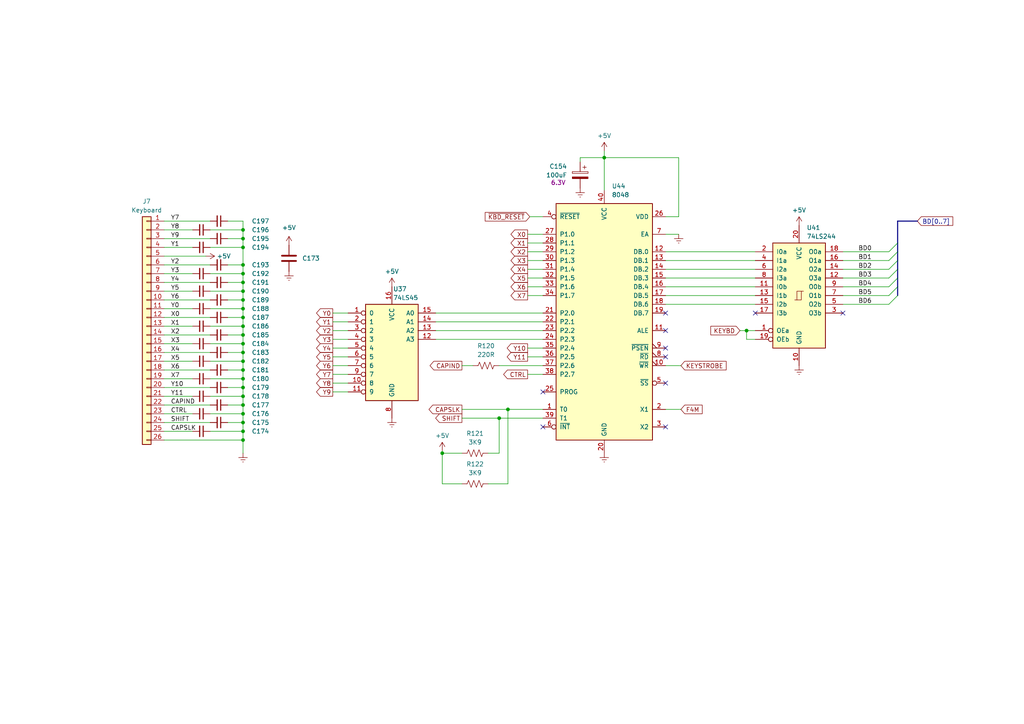
<source format=kicad_sch>
(kicad_sch (version 20230121) (generator eeschema)
  (paper "A4")
  (title_block (title "Dick Smith Cat - Motherboard") (date "1984") (company "Video Technology Ltd.") (comment 2 "Schematic Redrawn by Rhys Weatherley") (comment 3 "Keyboard Interface"))
  (lib_symbols
    (symbol "74xx:74LS244" (pin_names (offset 1.016))
      (property "Reference" "U" (at -7.62 16.51 0))
      (property "Value" "74LS244" (at -7.62 -16.51 0))
      (symbol "74LS244_1_0"
        (polyline (pts (xy -0.635 -1.27) (xy -0.635 1.27) (xy 0.635 1.27)))
        (polyline (pts (xy -1.27 -1.27) (xy 0.635 -1.27) (xy 0.635 1.27) (xy 1.27 1.27)))
        (pin input inverted (at -12.7 -10.16 0) (length 5.08) (name "OEa") (number "1"))
        (pin power_in line (at 0 -20.32 90) (length 5.08) (name "GND") (number "10"))
        (pin input line (at -12.7 2.54 0) (length 5.08) (name "I0b") (number "11"))
        (pin tri_state line (at 12.7 5.08 180) (length 5.08) (name "O3a") (number "12"))
        (pin input line (at -12.7 0 0) (length 5.08) (name "I1b") (number "13"))
        (pin tri_state line (at 12.7 7.62 180) (length 5.08) (name "O2a") (number "14"))
        (pin input line (at -12.7 -2.54 0) (length 5.08) (name "I2b") (number "15"))
        (pin tri_state line (at 12.7 10.16 180) (length 5.08) (name "O1a") (number "16"))
        (pin input line (at -12.7 -5.08 0) (length 5.08) (name "I3b") (number "17"))
        (pin tri_state line (at 12.7 12.7 180) (length 5.08) (name "O0a") (number "18"))
        (pin input inverted (at -12.7 -12.7 0) (length 5.08) (name "OEb") (number "19"))
        (pin input line (at -12.7 12.7 0) (length 5.08) (name "I0a") (number "2"))
        (pin power_in line (at 0 20.32 270) (length 5.08) (name "VCC") (number "20"))
        (pin tri_state line (at 12.7 -5.08 180) (length 5.08) (name "O3b") (number "3"))
        (pin input line (at -12.7 10.16 0) (length 5.08) (name "I1a") (number "4"))
        (pin tri_state line (at 12.7 -2.54 180) (length 5.08) (name "O2b") (number "5"))
        (pin input line (at -12.7 7.62 0) (length 5.08) (name "I2a") (number "6"))
        (pin tri_state line (at 12.7 0 180) (length 5.08) (name "O1b") (number "7"))
        (pin input line (at -12.7 5.08 0) (length 5.08) (name "I3a") (number "8"))
        (pin tri_state line (at 12.7 2.54 180) (length 5.08) (name "O0b") (number "9"))
      )
      (symbol "74LS244_1_1"
        (rectangle (start -7.62 15.24) (end 7.62 -15.24) (stroke (width 0.254)) (fill (type background)))
      )
    )
    (symbol "74xx:74LS42" (pin_names (offset 1.016))
      (property "Reference" "U" (at -7.62 13.97 0))
      (property "Value" "74LS42" (at -7.62 -16.51 0))
      (symbol "74LS42_1_0"
        (pin output inverted (at 12.7 10.16 180) (length 5.08) (name "0") (number "1"))
        (pin output inverted (at 12.7 -10.16 180) (length 5.08) (name "8") (number "10"))
        (pin output inverted (at 12.7 -12.7 180) (length 5.08) (name "9") (number "11"))
        (pin input line (at -12.7 2.54 0) (length 5.08) (name "A3") (number "12"))
        (pin input line (at -12.7 5.08 0) (length 5.08) (name "A2") (number "13"))
        (pin input line (at -12.7 7.62 0) (length 5.08) (name "A1") (number "14"))
        (pin input line (at -12.7 10.16 0) (length 5.08) (name "A0") (number "15"))
        (pin power_in line (at 0 17.78 270) (length 5.08) (name "VCC") (number "16"))
        (pin output inverted (at 12.7 7.62 180) (length 5.08) (name "1") (number "2"))
        (pin output inverted (at 12.7 5.08 180) (length 5.08) (name "2") (number "3"))
        (pin output inverted (at 12.7 2.54 180) (length 5.08) (name "3") (number "4"))
        (pin output inverted (at 12.7 0 180) (length 5.08) (name "4") (number "5"))
        (pin output inverted (at 12.7 -2.54 180) (length 5.08) (name "5") (number "6"))
        (pin output inverted (at 12.7 -5.08 180) (length 5.08) (name "6") (number "7"))
        (pin power_in line (at 0 -20.32 90) (length 5.08) (name "GND") (number "8"))
        (pin output inverted (at 12.7 -7.62 180) (length 5.08) (name "7") (number "9"))
      )
      (symbol "74LS42_1_1"
        (rectangle (start -7.62 12.7) (end 7.62 -15.24) (stroke (width 0.254)) (fill (type background)))
      )
    )
    (symbol "Connector_Generic:Conn_01x26" (pin_names (offset 1.016) hide)
      (property "Reference" "J" (at 0 33.02 0))
      (property "Value" "Conn_01x26" (at 0 -35.56 0))
      (symbol "Conn_01x26_1_1"
        (rectangle (start -1.27 -32.893) (end 0 -33.147) (stroke (width 0.1524)))
        (rectangle (start -1.27 -30.353) (end 0 -30.607) (stroke (width 0.1524)))
        (rectangle (start -1.27 -27.813) (end 0 -28.067) (stroke (width 0.1524)))
        (rectangle (start -1.27 -25.273) (end 0 -25.527) (stroke (width 0.1524)))
        (rectangle (start -1.27 -22.733) (end 0 -22.987) (stroke (width 0.1524)))
        (rectangle (start -1.27 -20.193) (end 0 -20.447) (stroke (width 0.1524)))
        (rectangle (start -1.27 -17.653) (end 0 -17.907) (stroke (width 0.1524)))
        (rectangle (start -1.27 -15.113) (end 0 -15.367) (stroke (width 0.1524)))
        (rectangle (start -1.27 -12.573) (end 0 -12.827) (stroke (width 0.1524)))
        (rectangle (start -1.27 -10.033) (end 0 -10.287) (stroke (width 0.1524)))
        (rectangle (start -1.27 -7.493) (end 0 -7.747) (stroke (width 0.1524)))
        (rectangle (start -1.27 -4.953) (end 0 -5.207) (stroke (width 0.1524)))
        (rectangle (start -1.27 -2.413) (end 0 -2.667) (stroke (width 0.1524)))
        (rectangle (start -1.27 0.127) (end 0 -0.127) (stroke (width 0.1524)))
        (rectangle (start -1.27 2.667) (end 0 2.413) (stroke (width 0.1524)))
        (rectangle (start -1.27 5.207) (end 0 4.953) (stroke (width 0.1524)))
        (rectangle (start -1.27 7.747) (end 0 7.493) (stroke (width 0.1524)))
        (rectangle (start -1.27 10.287) (end 0 10.033) (stroke (width 0.1524)))
        (rectangle (start -1.27 12.827) (end 0 12.573) (stroke (width 0.1524)))
        (rectangle (start -1.27 15.367) (end 0 15.113) (stroke (width 0.1524)))
        (rectangle (start -1.27 17.907) (end 0 17.653) (stroke (width 0.1524)))
        (rectangle (start -1.27 20.447) (end 0 20.193) (stroke (width 0.1524)))
        (rectangle (start -1.27 22.987) (end 0 22.733) (stroke (width 0.1524)))
        (rectangle (start -1.27 25.527) (end 0 25.273) (stroke (width 0.1524)))
        (rectangle (start -1.27 28.067) (end 0 27.813) (stroke (width 0.1524)))
        (rectangle (start -1.27 30.607) (end 0 30.353) (stroke (width 0.1524)))
        (rectangle (start -1.27 31.75) (end 1.27 -34.29) (stroke (width 0.254)) (fill (type background)))
        (pin passive line (at -5.08 30.48 0) (length 3.81) (name "Pin_1") (number "1"))
        (pin passive line (at -5.08 7.62 0) (length 3.81) (name "Pin_10") (number "10"))
        (pin passive line (at -5.08 5.08 0) (length 3.81) (name "Pin_11") (number "11"))
        (pin passive line (at -5.08 2.54 0) (length 3.81) (name "Pin_12") (number "12"))
        (pin passive line (at -5.08 0 0) (length 3.81) (name "Pin_13") (number "13"))
        (pin passive line (at -5.08 -2.54 0) (length 3.81) (name "Pin_14") (number "14"))
        (pin passive line (at -5.08 -5.08 0) (length 3.81) (name "Pin_15") (number "15"))
        (pin passive line (at -5.08 -7.62 0) (length 3.81) (name "Pin_16") (number "16"))
        (pin passive line (at -5.08 -10.16 0) (length 3.81) (name "Pin_17") (number "17"))
        (pin passive line (at -5.08 -12.7 0) (length 3.81) (name "Pin_18") (number "18"))
        (pin passive line (at -5.08 -15.24 0) (length 3.81) (name "Pin_19") (number "19"))
        (pin passive line (at -5.08 27.94 0) (length 3.81) (name "Pin_2") (number "2"))
        (pin passive line (at -5.08 -17.78 0) (length 3.81) (name "Pin_20") (number "20"))
        (pin passive line (at -5.08 -20.32 0) (length 3.81) (name "Pin_21") (number "21"))
        (pin passive line (at -5.08 -22.86 0) (length 3.81) (name "Pin_22") (number "22"))
        (pin passive line (at -5.08 -25.4 0) (length 3.81) (name "Pin_23") (number "23"))
        (pin passive line (at -5.08 -27.94 0) (length 3.81) (name "Pin_24") (number "24"))
        (pin passive line (at -5.08 -30.48 0) (length 3.81) (name "Pin_25") (number "25"))
        (pin passive line (at -5.08 -33.02 0) (length 3.81) (name "Pin_26") (number "26"))
        (pin passive line (at -5.08 25.4 0) (length 3.81) (name "Pin_3") (number "3"))
        (pin passive line (at -5.08 22.86 0) (length 3.81) (name "Pin_4") (number "4"))
        (pin passive line (at -5.08 20.32 0) (length 3.81) (name "Pin_5") (number "5"))
        (pin passive line (at -5.08 17.78 0) (length 3.81) (name "Pin_6") (number "6"))
        (pin passive line (at -5.08 15.24 0) (length 3.81) (name "Pin_7") (number "7"))
        (pin passive line (at -5.08 12.7 0) (length 3.81) (name "Pin_8") (number "8"))
        (pin passive line (at -5.08 10.16 0) (length 3.81) (name "Pin_9") (number "9"))
      )
    )
    (symbol "Device:C" (pin_numbers hide) (pin_names (offset 0.254))
      (property "Reference" "C" (at 0.635 2.54 0))
      (property "Value" "C" (at 0.635 -2.54 0))
      (symbol "C_0_1"
        (polyline (pts (xy -2.032 -0.762) (xy 2.032 -0.762)) (stroke (width 0.508)))
        (polyline (pts (xy -2.032 0.762) (xy 2.032 0.762)) (stroke (width 0.508)))
      )
      (symbol "C_1_1"
        (pin passive line (at 0 3.81 270) (length 2.794) (name "~") (number "1"))
        (pin passive line (at 0 -3.81 90) (length 2.794) (name "~") (number "2"))
      )
    )
    (symbol "Device:C_Polarized" (pin_numbers hide) (pin_names (offset 0.254))
      (property "Reference" "C" (at 0.635 2.54 0))
      (property "Value" "C_Polarized" (at 0.635 -2.54 0))
      (symbol "C_Polarized_0_1"
        (rectangle (start -2.286 0.508) (end 2.286 1.016))
        (polyline (pts (xy -1.778 2.286) (xy -0.762 2.286)))
        (polyline (pts (xy -1.27 2.794) (xy -1.27 1.778)))
        (rectangle (start 2.286 -0.508) (end -2.286 -1.016) (fill (type outline)))
      )
      (symbol "C_Polarized_1_1"
        (pin passive line (at 0 3.81 270) (length 2.794) (name "~") (number "1"))
        (pin passive line (at 0 -3.81 90) (length 2.794) (name "~") (number "2"))
      )
    )
    (symbol "Device:C_Small" (pin_numbers hide) (pin_names (offset 0.254) hide)
      (property "Reference" "C" (at 0.254 1.778 0))
      (property "Value" "C_Small" (at 0.254 -2.032 0))
      (symbol "C_Small_0_1"
        (polyline (pts (xy -1.524 -0.508) (xy 1.524 -0.508)) (stroke (width 0.3302)))
        (polyline (pts (xy -1.524 0.508) (xy 1.524 0.508)) (stroke (width 0.3048)))
      )
      (symbol "C_Small_1_1"
        (pin passive line (at 0 2.54 270) (length 2.032) (name "~") (number "1"))
        (pin passive line (at 0 -2.54 90) (length 2.032) (name "~") (number "2"))
      )
    )
    (symbol "Device:R_US" (pin_numbers hide) (pin_names (offset 0))
      (property "Reference" "R" (at 2.54 0 90))
      (property "Value" "R_US" (at -2.54 0 90))
      (symbol "R_US_0_1"
        (polyline (pts (xy 0 -2.286) (xy 0 -2.54)))
        (polyline (pts (xy 0 2.286) (xy 0 2.54)))
        (polyline (pts (xy 0 -0.762) (xy 1.016 -1.143) (xy 0 -1.524) (xy -1.016 -1.905) (xy 0 -2.286)))
        (polyline (pts (xy 0 0.762) (xy 1.016 0.381) (xy 0 0) (xy -1.016 -0.381) (xy 0 -0.762)))
        (polyline (pts (xy 0 2.286) (xy 1.016 1.905) (xy 0 1.524) (xy -1.016 1.143) (xy 0 0.762)))
      )
      (symbol "R_US_1_1"
        (pin passive line (at 0 3.81 270) (length 1.27) (name "~") (number "1"))
        (pin passive line (at 0 -3.81 90) (length 1.27) (name "~") (number "2"))
      )
    )
    (symbol "MCU_Intel:8048" (pin_names (offset 1.016))
      (property "Reference" "U" (at -13.97 35.56 0))
      (property "Value" "8048" (at 8.89 35.56 0))
      (symbol "8048_1_1"
        (rectangle (start -13.97 -34.29) (end 13.97 34.29) (stroke (width 0.254)) (fill (type background)))
        (pin input line (at -17.78 -25.4 0) (length 3.81) (name "T0") (number "1"))
        (pin output output_low (at 17.78 -12.7 180) (length 3.81) (name "~{WR}") (number "10"))
        (pin output line (at 17.78 -2.54 180) (length 3.81) (name "ALE") (number "11"))
        (pin bidirectional line (at 17.78 20.32 180) (length 3.81) (name "DB.0") (number "12"))
        (pin bidirectional line (at 17.78 17.78 180) (length 3.81) (name "DB.1") (number "13"))
        (pin bidirectional line (at 17.78 15.24 180) (length 3.81) (name "DB.2") (number "14"))
        (pin bidirectional line (at 17.78 12.7 180) (length 3.81) (name "DB.3") (number "15"))
        (pin bidirectional line (at 17.78 10.16 180) (length 3.81) (name "DB.4") (number "16"))
        (pin bidirectional line (at 17.78 7.62 180) (length 3.81) (name "DB.5") (number "17"))
        (pin bidirectional line (at 17.78 5.08 180) (length 3.81) (name "DB.6") (number "18"))
        (pin bidirectional line (at 17.78 2.54 180) (length 3.81) (name "DB.7") (number "19"))
        (pin input line (at 17.78 -25.4 180) (length 3.81) (name "X1") (number "2"))
        (pin power_in line (at 0 -38.1 90) (length 3.81) (name "GND") (number "20"))
        (pin bidirectional line (at -17.78 2.54 0) (length 3.81) (name "P2.0") (number "21"))
        (pin bidirectional line (at -17.78 0 0) (length 3.81) (name "P2.1") (number "22"))
        (pin bidirectional line (at -17.78 -2.54 0) (length 3.81) (name "P2.2") (number "23"))
        (pin bidirectional line (at -17.78 -5.08 0) (length 3.81) (name "P2.3") (number "24"))
        (pin output line (at -17.78 -20.32 0) (length 3.81) (name "PROG") (number "25"))
        (pin power_in line (at 17.78 30.48 180) (length 3.81) (name "VDD") (number "26"))
        (pin bidirectional line (at -17.78 25.4 0) (length 3.81) (name "P1.0") (number "27"))
        (pin bidirectional line (at -17.78 22.86 0) (length 3.81) (name "P1.1") (number "28"))
        (pin bidirectional line (at -17.78 20.32 0) (length 3.81) (name "P1.2") (number "29"))
        (pin output line (at 17.78 -30.48 180) (length 3.81) (name "X2") (number "3"))
        (pin bidirectional line (at -17.78 17.78 0) (length 3.81) (name "P1.3") (number "30"))
        (pin bidirectional line (at -17.78 15.24 0) (length 3.81) (name "P1.4") (number "31"))
        (pin bidirectional line (at -17.78 12.7 0) (length 3.81) (name "P1.5") (number "32"))
        (pin bidirectional line (at -17.78 10.16 0) (length 3.81) (name "P1.6") (number "33"))
        (pin bidirectional line (at -17.78 7.62 0) (length 3.81) (name "P1.7") (number "34"))
        (pin bidirectional line (at -17.78 -7.62 0) (length 3.81) (name "P2.4") (number "35"))
        (pin bidirectional line (at -17.78 -10.16 0) (length 3.81) (name "P2.5") (number "36"))
        (pin bidirectional line (at -17.78 -12.7 0) (length 3.81) (name "P2.6") (number "37"))
        (pin bidirectional line (at -17.78 -15.24 0) (length 3.81) (name "P2.7") (number "38"))
        (pin input line (at -17.78 -27.94 0) (length 3.81) (name "T1") (number "39"))
        (pin input inverted (at -17.78 30.48 0) (length 3.81) (name "~{RESET}") (number "4"))
        (pin power_in line (at 0 38.1 270) (length 3.81) (name "VCC") (number "40"))
        (pin input inverted (at 17.78 -17.78 180) (length 3.81) (name "~{SS}") (number "5"))
        (pin input inverted (at -17.78 -30.48 0) (length 3.81) (name "~{INT}") (number "6"))
        (pin input line (at 17.78 25.4 180) (length 3.81) (name "EA") (number "7"))
        (pin output output_low (at 17.78 -10.16 180) (length 3.81) (name "~{RD}") (number "8"))
        (pin output output_low (at 17.78 -7.62 180) (length 3.81) (name "~{PSEN}") (number "9"))
      )
    )
    (symbol "power:+5V" (power) (pin_names (offset 0))
      (property "Value" "+5V" (at 0 3.556 0))
      (symbol "+5V_0_1"
        (polyline (pts (xy -0.762 1.27) (xy 0 2.54)))
        (polyline (pts (xy 0 0) (xy 0 2.54)))
        (polyline (pts (xy 0 2.54) (xy 0.762 1.27)))
      )
      (symbol "+5V_1_1"
        (pin power_in line (at 0 0 90) (length 0) hide (name "+5V") (number "1"))
      )
    )
    (symbol "power:Earth" (power) (pin_names (offset 0))
      (symbol "Earth_0_1"
        (polyline (pts (xy -0.635 -1.905) (xy 0.635 -1.905)))
        (polyline (pts (xy -0.127 -2.54) (xy 0.127 -2.54)))
        (polyline (pts (xy 0 -1.27) (xy 0 0)))
        (polyline (pts (xy 1.27 -1.27) (xy -1.27 -1.27)))
      )
      (symbol "Earth_1_1"
        (pin power_in line (at 0 0 270) (length 0) hide (name "Earth") (number "1"))
      )
    )
  )
  (junction (at 70.485 89.535))
  (junction (at 70.485 86.995))
  (junction (at 70.485 99.695))
  (junction (at 144.78 121.285))
  (junction (at 70.485 109.855))
  (junction (at 70.485 102.235))
  (junction (at 70.485 107.315))
  (junction (at 70.485 84.455))
  (junction (at 175.26 45.72))
  (junction (at 70.485 76.835))
  (junction (at 70.485 97.155))
  (junction (at 70.485 66.675))
  (junction (at 70.485 125.095))
  (junction (at 70.485 122.555))
  (junction (at 147.32 118.745))
  (junction (at 70.485 104.775))
  (junction (at 70.485 114.935))
  (junction (at 70.485 112.395))
  (junction (at 70.485 117.475))
  (junction (at 70.485 92.075))
  (junction (at 128.27 131.445))
  (junction (at 70.485 71.755))
  (junction (at 70.485 81.915))
  (junction (at 70.485 79.375))
  (junction (at 70.485 120.015))
  (junction (at 70.485 69.215))
  (junction (at 70.485 94.615))
  (junction (at 70.485 127.635))
  (junction (at 216.535 95.885))
  (no_connect (at 193.04 95.885))
  (no_connect (at 219.075 90.805))
  (no_connect (at 193.04 103.505))
  (no_connect (at 193.04 90.805))
  (no_connect (at 193.04 100.965))
  (no_connect (at 244.475 90.805))
  (no_connect (at 193.04 123.825))
  (no_connect (at 157.48 113.665))
  (no_connect (at 157.48 123.825))
  (no_connect (at 193.04 111.125))
  (bus_entry (at 260.35 78.105) (size -2.54 2.54))
  (bus_entry (at 260.35 83.185) (size -2.54 2.54))
  (bus_entry (at 260.35 80.645) (size -2.54 2.54))
  (bus_entry (at 260.35 70.485) (size -2.54 2.54))
  (bus_entry (at 260.35 85.725) (size -2.54 2.54))
  (bus_entry (at 260.35 73.025) (size -2.54 2.54))
  (bus_entry (at 260.35 75.565) (size -2.54 2.54))
  (wire (pts (xy 175.26 45.72) (xy 175.26 55.245)))
  (bus (pts (xy 260.35 73.025) (xy 260.35 70.485)))
  (wire (pts (xy 257.81 83.185) (xy 244.475 83.185)))
  (wire (pts (xy 66.04 81.915) (xy 70.485 81.915)))
  (wire (pts (xy 60.96 99.695) (xy 70.485 99.695)))
  (wire (pts (xy 193.04 78.105) (xy 219.075 78.105)))
  (wire (pts (xy 70.485 102.235) (xy 70.485 104.775)))
  (wire (pts (xy 96.52 95.885) (xy 100.965 95.885)))
  (wire (pts (xy 47.625 81.915) (xy 60.96 81.915)))
  (wire (pts (xy 60.96 71.755) (xy 70.485 71.755)))
  (wire (pts (xy 70.485 79.375) (xy 70.485 81.915)))
  (bus (pts (xy 260.35 83.185) (xy 260.35 80.645)))
  (wire (pts (xy 153.035 85.725) (xy 157.48 85.725)))
  (wire (pts (xy 66.04 117.475) (xy 70.485 117.475)))
  (wire (pts (xy 70.485 66.675) (xy 70.485 69.215)))
  (wire (pts (xy 193.04 75.565) (xy 219.075 75.565)))
  (wire (pts (xy 70.485 92.075) (xy 70.485 94.615)))
  (wire (pts (xy 153.035 75.565) (xy 157.48 75.565)))
  (wire (pts (xy 66.04 112.395) (xy 70.485 112.395)))
  (wire (pts (xy 147.32 140.335) (xy 147.32 118.745)))
  (wire (pts (xy 60.96 125.095) (xy 70.485 125.095)))
  (wire (pts (xy 47.625 117.475) (xy 60.96 117.475)))
  (wire (pts (xy 60.96 104.775) (xy 70.485 104.775)))
  (wire (pts (xy 70.485 76.835) (xy 70.485 79.375)))
  (wire (pts (xy 193.04 67.945) (xy 196.85 67.945)))
  (wire (pts (xy 70.485 84.455) (xy 70.485 86.995)))
  (wire (pts (xy 128.27 140.335) (xy 128.27 131.445)))
  (wire (pts (xy 153.035 67.945) (xy 157.48 67.945)))
  (wire (pts (xy 126.365 98.425) (xy 157.48 98.425)))
  (wire (pts (xy 70.485 112.395) (xy 70.485 114.935)))
  (wire (pts (xy 70.485 69.215) (xy 70.485 71.755)))
  (wire (pts (xy 60.96 89.535) (xy 70.485 89.535)))
  (wire (pts (xy 257.81 75.565) (xy 244.475 75.565)))
  (bus (pts (xy 260.35 85.725) (xy 260.35 83.185)))
  (wire (pts (xy 133.985 140.335) (xy 128.27 140.335)))
  (wire (pts (xy 96.52 108.585) (xy 100.965 108.585)))
  (wire (pts (xy 153.67 62.865) (xy 157.48 62.865)))
  (wire (pts (xy 168.275 46.99) (xy 168.275 45.72)))
  (wire (pts (xy 66.04 107.315) (xy 70.485 107.315)))
  (wire (pts (xy 47.625 86.995) (xy 60.96 86.995)))
  (wire (pts (xy 144.78 106.045) (xy 157.48 106.045)))
  (wire (pts (xy 60.96 94.615) (xy 70.485 94.615)))
  (wire (pts (xy 66.04 69.215) (xy 70.485 69.215)))
  (wire (pts (xy 153.035 73.025) (xy 157.48 73.025)))
  (wire (pts (xy 47.625 112.395) (xy 60.96 112.395)))
  (wire (pts (xy 133.985 121.285) (xy 144.78 121.285)))
  (wire (pts (xy 214.63 95.885) (xy 216.535 95.885)))
  (wire (pts (xy 96.52 100.965) (xy 100.965 100.965)))
  (wire (pts (xy 60.96 66.675) (xy 70.485 66.675)))
  (bus (pts (xy 260.35 78.105) (xy 260.35 75.565)))
  (wire (pts (xy 96.52 113.665) (xy 100.965 113.665)))
  (wire (pts (xy 193.04 106.045) (xy 197.485 106.045)))
  (wire (pts (xy 70.485 109.855) (xy 70.485 112.395)))
  (wire (pts (xy 60.96 84.455) (xy 70.485 84.455)))
  (wire (pts (xy 47.625 76.835) (xy 60.96 76.835)))
  (wire (pts (xy 96.52 106.045) (xy 100.965 106.045)))
  (wire (pts (xy 128.27 131.445) (xy 133.985 131.445)))
  (bus (pts (xy 260.35 80.645) (xy 260.35 78.105)))
  (wire (pts (xy 257.81 80.645) (xy 244.475 80.645)))
  (wire (pts (xy 141.605 140.335) (xy 147.32 140.335)))
  (wire (pts (xy 70.485 120.015) (xy 70.485 122.555)))
  (wire (pts (xy 66.04 97.155) (xy 70.485 97.155)))
  (wire (pts (xy 70.485 114.935) (xy 70.485 117.475)))
  (wire (pts (xy 47.625 94.615) (xy 55.88 94.615)))
  (wire (pts (xy 126.365 95.885) (xy 157.48 95.885)))
  (wire (pts (xy 60.96 114.935) (xy 70.485 114.935)))
  (wire (pts (xy 47.625 71.755) (xy 55.88 71.755)))
  (wire (pts (xy 70.485 125.095) (xy 70.485 127.635)))
  (wire (pts (xy 168.275 45.72) (xy 175.26 45.72)))
  (bus (pts (xy 260.35 64.135) (xy 266.065 64.135)))
  (wire (pts (xy 47.625 109.855) (xy 55.88 109.855)))
  (wire (pts (xy 126.365 90.805) (xy 157.48 90.805)))
  (wire (pts (xy 47.625 64.135) (xy 60.96 64.135)))
  (bus (pts (xy 260.35 75.565) (xy 260.35 73.025)))
  (wire (pts (xy 47.625 114.935) (xy 55.88 114.935)))
  (wire (pts (xy 133.985 106.045) (xy 137.16 106.045)))
  (wire (pts (xy 144.78 131.445) (xy 144.78 121.285)))
  (bus (pts (xy 260.35 70.485) (xy 260.35 64.135)))
  (wire (pts (xy 70.485 71.755) (xy 70.485 76.835)))
  (wire (pts (xy 257.81 85.725) (xy 244.475 85.725)))
  (wire (pts (xy 60.96 109.855) (xy 70.485 109.855)))
  (wire (pts (xy 47.625 102.235) (xy 60.96 102.235)))
  (wire (pts (xy 257.81 88.265) (xy 244.475 88.265)))
  (wire (pts (xy 70.485 81.915) (xy 70.485 84.455)))
  (wire (pts (xy 66.04 92.075) (xy 70.485 92.075)))
  (wire (pts (xy 70.485 89.535) (xy 70.485 92.075)))
  (wire (pts (xy 59.69 74.295) (xy 47.625 74.295)))
  (wire (pts (xy 70.485 117.475) (xy 70.485 120.015)))
  (wire (pts (xy 70.485 104.775) (xy 70.485 107.315)))
  (wire (pts (xy 70.485 99.695) (xy 70.485 102.235)))
  (wire (pts (xy 193.04 73.025) (xy 219.075 73.025)))
  (wire (pts (xy 47.625 97.155) (xy 60.96 97.155)))
  (wire (pts (xy 66.04 64.135) (xy 70.485 64.135)))
  (wire (pts (xy 216.535 98.425) (xy 216.535 95.885)))
  (wire (pts (xy 47.625 89.535) (xy 55.88 89.535)))
  (wire (pts (xy 141.605 131.445) (xy 144.78 131.445)))
  (wire (pts (xy 66.04 76.835) (xy 70.485 76.835)))
  (wire (pts (xy 70.485 86.995) (xy 70.485 89.535)))
  (wire (pts (xy 216.535 95.885) (xy 219.075 95.885)))
  (wire (pts (xy 47.625 120.015) (xy 55.88 120.015)))
  (wire (pts (xy 96.52 93.345) (xy 100.965 93.345)))
  (wire (pts (xy 219.075 98.425) (xy 216.535 98.425)))
  (wire (pts (xy 193.04 62.865) (xy 196.85 62.865)))
  (wire (pts (xy 257.81 78.105) (xy 244.475 78.105)))
  (wire (pts (xy 47.625 66.675) (xy 55.88 66.675)))
  (wire (pts (xy 193.04 80.645) (xy 219.075 80.645)))
  (wire (pts (xy 47.625 99.695) (xy 55.88 99.695)))
  (wire (pts (xy 60.96 120.015) (xy 70.485 120.015)))
  (wire (pts (xy 193.04 88.265) (xy 219.075 88.265)))
  (wire (pts (xy 147.32 118.745) (xy 157.48 118.745)))
  (wire (pts (xy 153.035 108.585) (xy 157.48 108.585)))
  (wire (pts (xy 96.52 98.425) (xy 100.965 98.425)))
  (wire (pts (xy 70.485 107.315) (xy 70.485 109.855)))
  (wire (pts (xy 47.625 104.775) (xy 55.88 104.775)))
  (wire (pts (xy 66.04 86.995) (xy 70.485 86.995)))
  (wire (pts (xy 193.04 85.725) (xy 219.075 85.725)))
  (wire (pts (xy 153.035 100.965) (xy 157.48 100.965)))
  (wire (pts (xy 153.035 78.105) (xy 157.48 78.105)))
  (wire (pts (xy 70.485 97.155) (xy 70.485 99.695)))
  (wire (pts (xy 128.27 131.445) (xy 128.27 130.81)))
  (wire (pts (xy 47.625 122.555) (xy 60.96 122.555)))
  (wire (pts (xy 66.04 122.555) (xy 70.485 122.555)))
  (wire (pts (xy 175.26 43.815) (xy 175.26 45.72)))
  (wire (pts (xy 47.625 84.455) (xy 55.88 84.455)))
  (wire (pts (xy 153.035 103.505) (xy 157.48 103.505)))
  (wire (pts (xy 153.035 80.645) (xy 157.48 80.645)))
  (wire (pts (xy 66.04 102.235) (xy 70.485 102.235)))
  (wire (pts (xy 47.625 92.075) (xy 60.96 92.075)))
  (wire (pts (xy 257.81 73.025) (xy 244.475 73.025)))
  (wire (pts (xy 60.96 79.375) (xy 70.485 79.375)))
  (wire (pts (xy 70.485 122.555) (xy 70.485 125.095)))
  (wire (pts (xy 70.485 94.615) (xy 70.485 97.155)))
  (wire (pts (xy 196.85 62.865) (xy 196.85 45.72)))
  (wire (pts (xy 144.78 121.285) (xy 157.48 121.285)))
  (wire (pts (xy 96.52 111.125) (xy 100.965 111.125)))
  (wire (pts (xy 193.04 83.185) (xy 219.075 83.185)))
  (wire (pts (xy 47.625 125.095) (xy 55.88 125.095)))
  (wire (pts (xy 133.985 118.745) (xy 147.32 118.745)))
  (wire (pts (xy 70.485 127.635) (xy 70.485 131.445)))
  (wire (pts (xy 96.52 90.805) (xy 100.965 90.805)))
  (wire (pts (xy 96.52 103.505) (xy 100.965 103.505)))
  (wire (pts (xy 193.04 118.745) (xy 197.485 118.745)))
  (wire (pts (xy 153.035 70.485) (xy 157.48 70.485)))
  (wire (pts (xy 47.625 107.315) (xy 60.96 107.315)))
  (wire (pts (xy 47.625 79.375) (xy 55.88 79.375)))
  (wire (pts (xy 47.625 127.635) (xy 70.485 127.635)))
  (wire (pts (xy 126.365 93.345) (xy 157.48 93.345)))
  (wire (pts (xy 196.85 45.72) (xy 175.26 45.72)))
  (wire (pts (xy 47.625 69.215) (xy 60.96 69.215)))
  (wire (pts (xy 70.485 64.135) (xy 70.485 66.675)))
  (wire (pts (xy 153.035 83.185) (xy 157.48 83.185)))
  (label "Y3" (at 49.53 79.375 0))
  (label "X3" (at 49.53 99.695 0))
  (label "CAPSLK" (at 49.53 125.095 0))
  (label "Y6" (at 49.53 86.995 0))
  (label "CAPIND" (at 49.53 117.475 0))
  (label "X6" (at 49.53 107.315 0))
  (label "BD4" (at 248.92 83.185 0))
  (label "CTRL" (at 49.53 120.015 0))
  (label "Y9" (at 49.53 69.215 0))
  (label "BD1" (at 248.92 75.565 0))
  (label "Y10" (at 49.53 112.395 0))
  (label "Y5" (at 49.53 84.455 0))
  (label "BD0" (at 248.92 73.025 0))
  (label "Y2" (at 49.53 76.835 0))
  (label "X4" (at 49.53 102.235 0))
  (label "BD3" (at 248.92 80.645 0))
  (label "Y0" (at 49.53 89.535 0))
  (label "Y7" (at 49.53 64.135 0))
  (label "Y8" (at 49.53 66.675 0))
  (label "X5" (at 49.53 104.775 0))
  (label "X7" (at 49.53 109.855 0))
  (label "Y4" (at 49.53 81.915 0))
  (label "SHIFT" (at 49.53 122.555 0))
  (label "BD2" (at 248.92 78.105 0))
  (label "X1" (at 49.53 94.615 0))
  (label "BD5" (at 248.92 85.725 0))
  (label "Y11" (at 49.53 114.935 0))
  (label "X0" (at 49.53 92.075 0))
  (label "BD6" (at 248.92 88.265 0))
  (label "Y1" (at 49.53 71.755 0))
  (label "X2" (at 49.53 97.155 0))
  (global_label "Y4" (shape output) (at 96.52 100.965 180) (property "Intersheetrefs" "${INTERSHEET_REFS}" (effects hide)))
  (global_label "CTRL" (shape output) (at 153.035 108.585 180) (property "Intersheetrefs" "${INTERSHEET_REFS}" (effects hide)))
  (global_label "Y0" (shape output) (at 96.52 90.805 180) (property "Intersheetrefs" "${INTERSHEET_REFS}" (effects hide)))
  (global_label "Y9" (shape output) (at 96.52 113.665 180) (property "Intersheetrefs" "${INTERSHEET_REFS}" (effects hide)))
  (global_label "Y11" (shape output) (at 153.035 103.505 180) (property "Intersheetrefs" "${INTERSHEET_REFS}" (effects hide)))
  (global_label "CAPSLK" (shape output) (at 133.985 118.745 180) (property "Intersheetrefs" "${INTERSHEET_REFS}" (effects hide)))
  (global_label "Y10" (shape output) (at 153.035 100.965 180) (property "Intersheetrefs" "${INTERSHEET_REFS}" (effects hide)))
  (global_label "KEYBD" (shape input) (at 214.63 95.885 180) (property "Intersheetrefs" "${INTERSHEET_REFS}" (effects hide)))
  (global_label "Y6" (shape output) (at 96.52 106.045 180) (property "Intersheetrefs" "${INTERSHEET_REFS}" (effects hide)))
  (global_label "X6" (shape output) (at 153.035 83.185 180) (property "Intersheetrefs" "${INTERSHEET_REFS}" (effects hide)))
  (global_label "Y7" (shape output) (at 96.52 108.585 180) (property "Intersheetrefs" "${INTERSHEET_REFS}" (effects hide)))
  (global_label "BD[0..7]" (shape input) (at 266.065 64.135 0) (property "Intersheetrefs" "${INTERSHEET_REFS}" (effects hide)))
  (global_label "X7" (shape output) (at 153.035 85.725 180) (property "Intersheetrefs" "${INTERSHEET_REFS}" (effects hide)))
  (global_label "Y2" (shape output) (at 96.52 95.885 180) (property "Intersheetrefs" "${INTERSHEET_REFS}" (effects hide)))
  (global_label "X5" (shape output) (at 153.035 80.645 180) (property "Intersheetrefs" "${INTERSHEET_REFS}" (effects hide)))
  (global_label "SHIFT" (shape output) (at 133.985 121.285 180) (property "Intersheetrefs" "${INTERSHEET_REFS}" (effects hide)))
  (global_label "X4" (shape output) (at 153.035 78.105 180) (property "Intersheetrefs" "${INTERSHEET_REFS}" (effects hide)))
  (global_label "CAPIND" (shape output) (at 133.985 106.045 180) (property "Intersheetrefs" "${INTERSHEET_REFS}" (effects hide)))
  (global_label "X3" (shape output) (at 153.035 75.565 180) (property "Intersheetrefs" "${INTERSHEET_REFS}" (effects hide)))
  (global_label "F4M" (shape input) (at 197.485 118.745 0) (property "Intersheetrefs" "${INTERSHEET_REFS}" (effects hide)))
  (global_label "KEYSTROBE" (shape input) (at 197.485 106.045 0) (property "Intersheetrefs" "${INTERSHEET_REFS}" (effects hide)))
  (global_label "Y1" (shape output) (at 96.52 93.345 180) (property "Intersheetrefs" "${INTERSHEET_REFS}" (effects hide)))
  (global_label "X1" (shape output) (at 153.035 70.485 180) (property "Intersheetrefs" "${INTERSHEET_REFS}" (effects hide)))
  (global_label "Y3" (shape output) (at 96.52 98.425 180) (property "Intersheetrefs" "${INTERSHEET_REFS}" (effects hide)))
  (global_label "Y5" (shape output) (at 96.52 103.505 180) (property "Intersheetrefs" "${INTERSHEET_REFS}" (effects hide)))
  (global_label "X0" (shape output) (at 153.035 67.945 180) (property "Intersheetrefs" "${INTERSHEET_REFS}" (effects hide)))
  (global_label "X2" (shape output) (at 153.035 73.025 180) (property "Intersheetrefs" "${INTERSHEET_REFS}" (effects hide)))
  (global_label "Y8" (shape output) (at 96.52 111.125 180) (property "Intersheetrefs" "${INTERSHEET_REFS}" (effects hide)))
  (global_label "~{KBD_RESET}" (shape input) (at 153.67 62.865 180) (property "Intersheetrefs" "${INTERSHEET_REFS}" (effects hide)))
  (symbol (lib_id "Device:C_Small") (at 58.42 84.455 270) (mirror x) (unit 1)
    (property "Reference" "C190" (at 75.565 84.455 90))
    (property "Value" "10n" (effects hide))
    (property "Footprint" "Capacitor_THT:C_Disc_D5.0mm_W2.5mm_P5.00mm" (effects hide))
  )
  (symbol (lib_id "Device:C_Small") (at 63.5 107.315 270) (mirror x) (unit 1)
    (property "Reference" "C181" (at 75.565 107.315 90))
    (property "Value" "10n" (effects hide))
    (property "Footprint" "Capacitor_THT:C_Disc_D5.0mm_W2.5mm_P5.00mm" (effects hide))
  )
  (symbol (lib_id "Device:C") (at 83.82 74.93 0) (unit 1)
    (property "Reference" "C173" (at 87.63 74.93 0) (effects (justify left)))
    (property "Value" "40nF" (effects hide))
    (property "Footprint" "Capacitor_THT:C_Disc_D5.0mm_W2.5mm_P5.00mm" (effects hide))
  )
  (symbol (lib_id "Device:C_Small") (at 63.5 112.395 270) (mirror x) (unit 1)
    (property "Reference" "C179" (at 75.565 112.395 90))
    (property "Value" "10n" (effects hide))
    (property "Footprint" "Capacitor_THT:C_Disc_D5.0mm_W2.5mm_P5.00mm" (effects hide))
  )
  (symbol (lib_id "MCU_Intel:8048") (at 175.26 93.345 0) (unit 1)
    (property "Reference" "U44" (at 177.4541 53.975 0) (effects (justify left)))
    (property "Value" "8048" (at 177.4541 56.515 0) (effects (justify left)))
    (property "Footprint" "Package_DIP:DIP-40_W15.24mm" (effects hide))
  )
  (symbol (lib_id "power:+5V") (at 83.82 71.12 0) (unit 1)
    (property "Reference" "#PWR0129" (effects hide))
    (property "Value" "+5V" (at 83.82 66.04 0))
  )
  (symbol (lib_id "Device:C_Small") (at 58.42 114.935 270) (mirror x) (unit 1)
    (property "Reference" "C178" (at 75.565 114.935 90))
    (property "Value" "10n" (effects hide))
    (property "Footprint" "Capacitor_THT:C_Disc_D5.0mm_W2.5mm_P5.00mm" (effects hide))
  )
  (symbol (lib_id "Device:C_Small") (at 58.42 109.855 270) (mirror x) (unit 1)
    (property "Reference" "C180" (at 75.565 109.855 90))
    (property "Value" "10n" (effects hide))
    (property "Footprint" "Capacitor_THT:C_Disc_D5.0mm_W2.5mm_P5.00mm" (effects hide))
  )
  (symbol (lib_id "Device:C_Polarized") (at 168.275 50.8 0) (mirror y) (unit 1)
    (property "Reference" "C154" (at 164.465 48.26 0) (effects (justify left)))
    (property "Value" "100uF" (at 164.465 50.8 0) (effects (justify left)))
    (property "Footprint" "Capacitor_THT:CP_Radial_D8.0mm_P5.00mm" (effects hide))
    (property "Rating" "6.3V" (at 161.925 52.959 0))
  )
  (symbol (lib_id "power:Earth") (at 83.82 78.74 0) (unit 1)
    (property "Reference" "#PWR0128" (effects hide))
    (property "Value" "Earth" (effects hide))
  )
  (symbol (lib_id "power:+5V") (at 128.27 130.81 0) (unit 1)
    (property "Reference" "#PWR0132" (effects hide))
    (property "Value" "+5V" (at 128.27 126.365 0))
  )
  (symbol (lib_id "power:Earth") (at 70.485 131.445 0) (unit 1)
    (property "Reference" "#PWR0127" (effects hide))
    (property "Value" "Earth" (effects hide))
  )
  (symbol (lib_id "power:+5V") (at 231.775 65.405 0) (unit 1)
    (property "Reference" "#PWR0134" (effects hide))
    (property "Value" "+5V" (at 231.775 60.96 0))
  )
  (symbol (lib_id "74xx:74LS42") (at 113.665 100.965 0) (mirror y) (unit 1)
    (property "Reference" "U37" (at 114.0109 83.82 0) (effects (justify right)))
    (property "Value" "74LS45" (at 114.0109 86.36 0) (effects (justify right)))
    (property "Footprint" "Package_DIP:DIP-16_W7.62mm" (effects hide))
    (property "Datasheet" "http://www.ti.com/lit/gpn/sn74LS42" (effects hide))
  )
  (symbol (lib_id "Connector_Generic:Conn_01x26") (at 42.545 94.615 0) (mirror y) (unit 1)
    (property "Reference" "J7" (at 42.545 58.42 0))
    (property "Value" "Keyboard" (at 42.545 60.96 0))
    (property "Footprint" "Connector_PinHeader_2.54mm:PinHeader_1x26_P2.54mm_Vertical" (effects hide))
  )
  (symbol (lib_id "Device:C_Small") (at 63.5 92.075 270) (mirror x) (unit 1)
    (property "Reference" "C187" (at 75.565 92.075 90))
    (property "Value" "10n" (effects hide))
    (property "Footprint" "Capacitor_THT:C_Disc_D5.0mm_W2.5mm_P5.00mm" (effects hide))
  )
  (symbol (lib_id "power:+5V") (at 175.26 43.815 0) (unit 1)
    (property "Reference" "#PWR0122" (effects hide))
    (property "Value" "+5V" (at 175.26 39.37 0))
  )
  (symbol (lib_id "Device:R_US") (at 137.795 131.445 90) (unit 1)
    (property "Reference" "R121" (at 137.795 125.73 90))
    (property "Value" "3K9" (at 137.795 128.27 90))
    (property "Footprint" "Resistor_THT:R_Axial_DIN0207_L6.3mm_D2.5mm_P7.62mm_Horizontal" (effects hide))
  )
  (symbol (lib_id "power:Earth") (at 168.275 54.61 0) (unit 1)
    (property "Reference" "#PWR0123" (effects hide))
    (property "Value" "Earth" (effects hide))
  )
  (symbol (lib_id "power:+5V") (at 113.665 83.185 0) (unit 1)
    (property "Reference" "#PWR0130" (effects hide))
    (property "Value" "+5V" (at 113.665 78.74 0))
  )
  (symbol (lib_id "Device:C_Small") (at 58.42 89.535 270) (mirror x) (unit 1)
    (property "Reference" "C188" (at 75.565 89.535 90))
    (property "Value" "10n" (effects hide))
    (property "Footprint" "Capacitor_THT:C_Disc_D5.0mm_W2.5mm_P5.00mm" (effects hide))
  )
  (symbol (lib_id "power:Earth") (at 175.26 131.445 0) (unit 1)
    (property "Reference" "#PWR0124" (effects hide))
    (property "Value" "Earth" (effects hide))
  )
  (symbol (lib_id "74xx:74LS244") (at 231.775 85.725 0) (unit 1)
    (property "Reference" "U41" (at 233.9691 66.04 0) (effects (justify left)))
    (property "Value" "74LS244" (at 233.9691 68.58 0) (effects (justify left)))
    (property "Datasheet" "http://www.ti.com/lit/ds/symlink/sn74ls244.pdf" (effects hide))
  )
  (symbol (lib_id "Device:C_Small") (at 58.42 120.015 270) (mirror x) (unit 1)
    (property "Reference" "C176" (at 75.565 120.015 90))
    (property "Value" "10n" (effects hide))
    (property "Footprint" "Capacitor_THT:C_Disc_D5.0mm_W2.5mm_P5.00mm" (effects hide))
  )
  (symbol (lib_id "Device:C_Small") (at 58.42 79.375 270) (mirror x) (unit 1)
    (property "Reference" "C192" (at 75.565 79.375 90))
    (property "Value" "10n" (effects hide))
    (property "Footprint" "Capacitor_THT:C_Disc_D5.0mm_W2.5mm_P5.00mm" (effects hide))
  )
  (symbol (lib_id "Device:C_Small") (at 63.5 76.835 270) (mirror x) (unit 1)
    (property "Reference" "C193" (at 75.565 76.835 90))
    (property "Value" "10n" (effects hide))
    (property "Footprint" "Capacitor_THT:C_Disc_D5.0mm_W2.5mm_P5.00mm" (effects hide))
  )
  (symbol (lib_id "Device:C_Small") (at 63.5 69.215 270) (mirror x) (unit 1)
    (property "Reference" "C195" (at 75.565 69.215 90))
    (property "Value" "10n" (effects hide))
    (property "Footprint" "Capacitor_THT:C_Disc_D5.0mm_W2.5mm_P5.00mm" (effects hide))
  )
  (symbol (lib_id "power:Earth") (at 231.775 106.045 0) (unit 1)
    (property "Reference" "#PWR0133" (effects hide))
    (property "Value" "Earth" (effects hide))
  )
  (symbol (lib_id "power:+5V") (at 59.69 74.295 270) (unit 1)
    (property "Reference" "#PWR0126" (effects hide))
    (property "Value" "+5V" (at 62.865 74.295 90) (effects (justify left)))
  )
  (symbol (lib_id "Device:C_Small") (at 63.5 86.995 270) (mirror x) (unit 1)
    (property "Reference" "C189" (at 75.565 86.995 90))
    (property "Value" "10n" (effects hide))
    (property "Footprint" "Capacitor_THT:C_Disc_D5.0mm_W2.5mm_P5.00mm" (effects hide))
  )
  (symbol (lib_id "Device:C_Small") (at 58.42 99.695 270) (mirror x) (unit 1)
    (property "Reference" "C184" (at 75.565 99.695 90))
    (property "Value" "10n" (effects hide))
    (property "Footprint" "Capacitor_THT:C_Disc_D5.0mm_W2.5mm_P5.00mm" (effects hide))
  )
  (symbol (lib_id "power:Earth") (at 113.665 121.285 0) (unit 1)
    (property "Reference" "#PWR0131" (effects hide))
    (property "Value" "Earth" (effects hide))
  )
  (symbol (lib_id "Device:C_Small") (at 63.5 97.155 270) (mirror x) (unit 1)
    (property "Reference" "C185" (at 75.565 97.155 90))
    (property "Value" "10n" (effects hide))
    (property "Footprint" "Capacitor_THT:C_Disc_D5.0mm_W2.5mm_P5.00mm" (effects hide))
  )
  (symbol (lib_id "Device:R_US") (at 140.97 106.045 90) (unit 1)
    (property "Reference" "R120" (at 140.97 100.33 90))
    (property "Value" "220R" (at 140.97 102.87 90))
    (property "Footprint" "Resistor_THT:R_Axial_DIN0207_L6.3mm_D2.5mm_P7.62mm_Horizontal" (effects hide))
  )
  (symbol (lib_id "Device:C_Small") (at 58.42 66.675 270) (mirror x) (unit 1)
    (property "Reference" "C196" (at 75.565 66.675 90))
    (property "Value" "10n" (effects hide))
    (property "Footprint" "Capacitor_THT:C_Disc_D5.0mm_W2.5mm_P5.00mm" (effects hide))
  )
  (symbol (lib_id "Device:C_Small") (at 58.42 104.775 270) (mirror x) (unit 1)
    (property "Reference" "C182" (at 75.565 104.775 90))
    (property "Value" "10n" (effects hide))
    (property "Footprint" "Capacitor_THT:C_Disc_D5.0mm_W2.5mm_P5.00mm" (effects hide))
  )
  (symbol (lib_id "Device:C_Small") (at 63.5 102.235 270) (mirror x) (unit 1)
    (property "Reference" "C183" (at 75.565 102.235 90))
    (property "Value" "10n" (effects hide))
    (property "Footprint" "Capacitor_THT:C_Disc_D5.0mm_W2.5mm_P5.00mm" (effects hide))
  )
  (symbol (lib_id "Device:C_Small") (at 58.42 71.755 270) (mirror x) (unit 1)
    (property "Reference" "C194" (at 75.565 71.755 90))
    (property "Value" "10n" (effects hide))
    (property "Footprint" "Capacitor_THT:C_Disc_D5.0mm_W2.5mm_P5.00mm" (effects hide))
  )
  (symbol (lib_id "Device:C_Small") (at 63.5 64.135 270) (mirror x) (unit 1)
    (property "Reference" "C197" (at 75.565 64.135 90))
    (property "Value" "10n" (effects hide))
    (property "Footprint" "Capacitor_THT:C_Disc_D5.0mm_W2.5mm_P5.00mm" (effects hide))
  )
  (symbol (lib_id "Device:R_US") (at 137.795 140.335 90) (unit 1)
    (property "Reference" "R122" (at 137.795 134.62 90))
    (property "Value" "3K9" (at 137.795 137.16 90))
    (property "Footprint" "Resistor_THT:R_Axial_DIN0207_L6.3mm_D2.5mm_P7.62mm_Horizontal" (effects hide))
  )
  (symbol (lib_id "Device:C_Small") (at 63.5 81.915 270) (mirror x) (unit 1)
    (property "Reference" "C191" (at 75.565 81.915 90))
    (property "Value" "10n" (effects hide))
    (property "Footprint" "Capacitor_THT:C_Disc_D5.0mm_W2.5mm_P5.00mm" (effects hide))
  )
  (symbol (lib_id "Device:C_Small") (at 58.42 125.095 270) (mirror x) (unit 1)
    (property "Reference" "C174" (at 75.565 125.095 90))
    (property "Value" "10n" (effects hide))
    (property "Footprint" "Capacitor_THT:C_Disc_D5.0mm_W2.5mm_P5.00mm" (effects hide))
  )
  (symbol (lib_id "power:Earth") (at 196.85 67.945 0) (unit 1)
    (property "Reference" "#PWR0125" (effects hide))
    (property "Value" "Earth" (effects hide))
  )
  (symbol (lib_id "Device:C_Small") (at 63.5 117.475 270) (mirror x) (unit 1)
    (property "Reference" "C177" (at 75.565 117.475 90))
    (property "Value" "10n" (effects hide))
    (property "Footprint" "Capacitor_THT:C_Disc_D5.0mm_W2.5mm_P5.00mm" (effects hide))
  )
  (symbol (lib_id "Device:C_Small") (at 63.5 122.555 270) (mirror x) (unit 1)
    (property "Reference" "C175" (at 75.565 122.555 90))
    (property "Value" "10n" (effects hide))
    (property "Footprint" "Capacitor_THT:C_Disc_D5.0mm_W2.5mm_P5.00mm" (effects hide))
  )
  (symbol (lib_id "Device:C_Small") (at 58.42 94.615 270) (mirror x) (unit 1)
    (property "Reference" "C186" (at 75.565 94.615 90))
    (property "Value" "10n" (effects hide))
    (property "Footprint" "Capacitor_THT:C_Disc_D5.0mm_W2.5mm_P5.00mm" (effects hide))
  )
)
</source>
